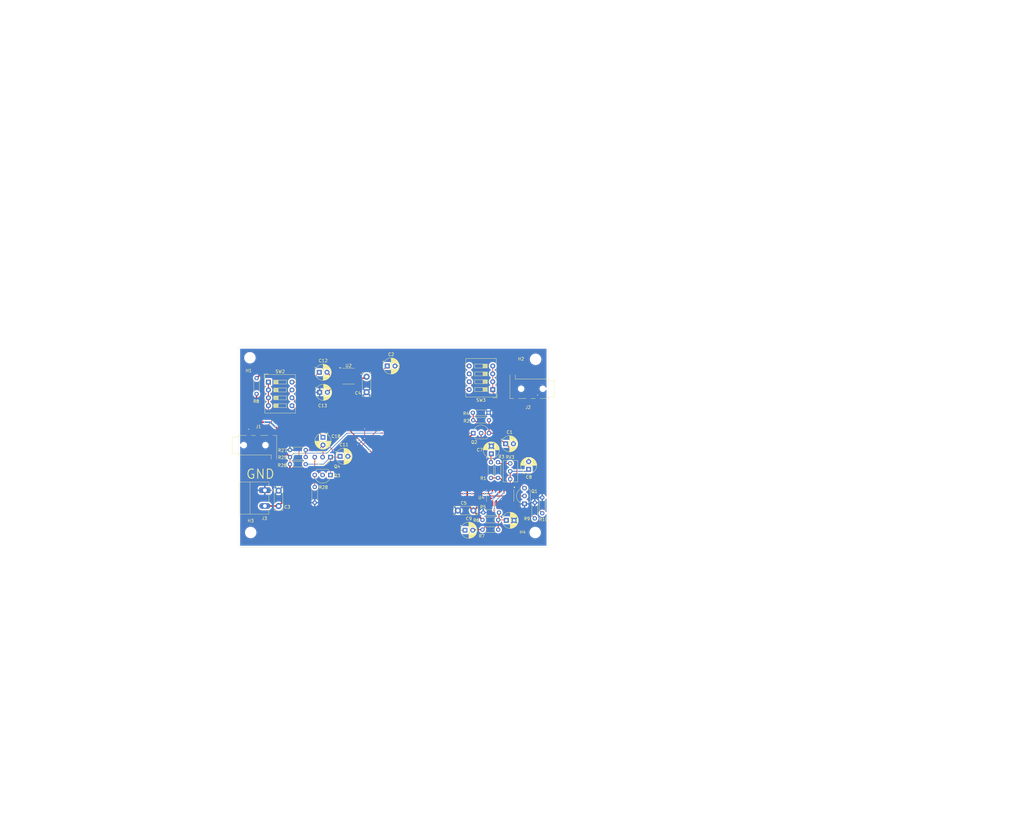
<source format=kicad_pcb>
(kicad_pcb (version 20240108) (generator "pcbnew") (generator_version "8.0")
  (layers (0 "F.Cu" signal) (31 "B.Cu" signal) (34 "B.Paste" user) (35 "F.Paste" user) (36 "B.SilkS" user "B.Silkscreen") (37 "F.SilkS" user "F.Silkscreen") (38 "B.Mask" user) (39 "F.Mask" user) (44 "Edge.Cuts" user))
  (net 0 "")
  (net 1 "+5V")
  (net 2 "Net-(Q3-C)")
  (net 3 "Net-(Q4-B)")
  (net 5 "GND")
  (net 6 "Net-(C7-Pad1)")
  (net 7 "Net-(C8-Pad1)")
  (net 8 "Net-(C10-Pad1)")
  (net 9 "Net-(U2-IN+)")
  (net 10 "Net-(U2-IN-)")
  (net 11 "Net-(R3-Pad2)")
  (net 12 "12V")
  (net 16 "Net-(Q1-B)")
  (net 17 "Net-(Q3-E)")
  (net 18 "Net-(Q3-B)")
  (net 19 "/Rr2")
  (net 20 "Net-(J1-PadR1)")
  (net 21 "/Rr1")
  (net 22 "/Rr4")
  (net 23 "Net-(J2-PadR1)")
  (net 26 "/O3")
  (net 27 "Net-(Q1-E)")
  (net 28 "/O2")
  (net 29 "Net-(U4A-+)")
  (net 30 "/O1")
  (net 31 "Net-(U4A--)")
  (net 32 "Net-(U4B-+)")
  (net 33 "/O4")
  (net 34 "/Rr3")
  (net 35 "Net-(U2-OUT+)")
  (net 36 "Net-(U4C-+)")
  (net 37 "Net-(U4D-+)")
  (net 38 "Net-(U4C--)")
  (net 39 "Net-(U4D--)")
  (footprint "Capacitor_THT:CP_Radial_D5.0mm_P2.50mm" (layer "F.Cu") (at 80.455888 117.475)
    (property "Reference" "C11" (at 1.25 -3.75 0) (layer "F.SilkS"))
    (property "Value" "22u")
    (pad "1" thru_hole rect (at 0 0) (size 1.6 1.6) (drill 0.8) (layers "*.Cu" "*.Mask") (net 2 "Net-(Q3-C)"))
    (pad "2" thru_hole circle (at 2.5 0) (size 1.6 1.6) (drill 0.8) (layers "*.Cu" "*.Mask") (net 30 "/O1"))
  )
  (footprint "Potentiometer_THT:Potentiometer_Bourns_3266Y_Vertical" (layer "F.Cu") (at 135.434 119.776 90)
    (property "Reference" "RV3" (at 2.047 -0.052 180) (layer "F.SilkS"))
    (property "Value" "R_Potentiometer")
    (pad "1" thru_hole circle (at 0 0 90) (size 1.44 1.44) (drill 0.8) (layers "*.Cu" "*.Mask") (net 11 "Net-(R3-Pad2)"))
    (pad "2" thru_hole circle (at -2.54 0 90) (size 1.44 1.44) (drill 0.8) (layers "*.Cu" "*.Mask") (net 7 "Net-(C8-Pad1)"))
    (pad "3" thru_hole circle (at -5.08 0 90) (size 1.44 1.44) (drill 0.8) (layers "*.Cu" "*.Mask") (net 7 "Net-(C8-Pad1)"))
  )
  (footprint "Resistor_THT:R_Axial_DIN0204_L3.6mm_D1.6mm_P5.08mm_Horizontal" (layer "F.Cu") (at 129.211 124.46 90)
    (property "Reference" "R1" (at -0.127 -2.465 180) (layer "F.SilkS"))
    (property "Value" "3k")
    (pad "1" thru_hole circle (at 0 0 90) (size 1.4 1.4) (drill 0.7) (layers "*.Cu" "*.Mask") (net 31 "Net-(U4A--)"))
    (pad "2" thru_hole oval (at 5.08 0 90) (size 1.4 1.4) (drill 0.7) (layers "*.Cu" "*.Mask") (net 6 "Net-(C7-Pad1)"))
  )
  (footprint "Resistor_THT:R_Axial_DIN0204_L3.6mm_D1.6mm_P5.08mm_Horizontal" (layer "F.Cu") (at 64.259563 120.023)
    (property "Reference" "R26" (at -2.537563 0.373 0) (layer "F.SilkS"))
    (property "Value" "10")
    (pad "1" thru_hole circle (at 0 0) (size 1.4 1.4) (drill 0.7) (layers "*.Cu" "*.Mask") (net 12 "12V"))
    (pad "2" thru_hole oval (at 5.08 0) (size 1.4 1.4) (drill 0.7) (layers "*.Cu" "*.Mask") (net 2 "Net-(Q3-C)"))
  )
  (footprint "Capacitor_THT:CP_Radial_D5.0mm_P2.50mm" (layer "F.Cu") (at 141.403 121.681 90)
    (property "Reference" "C8" (at -2.525 0.075 180) (layer "F.SilkS"))
    (property "Value" "22u")
    (pad "1" thru_hole rect (at 0 0 90) (size 1.6 1.6) (drill 0.8) (layers "*.Cu" "*.Mask") (net 7 "Net-(C8-Pad1)"))
    (pad "2" thru_hole circle (at 2.5 0 90) (size 1.6 1.6) (drill 0.8) (layers "*.Cu" "*.Mask") (net 26 "/O3"))
  )
  (footprint "Connector_Phoenix_MC_HighVoltage:PhoenixContact_MC_1,5_2-G-5.08_1x02_P5.08mm_Horizontal" (layer "F.Cu") (at 56.1455 128.452 -90)
    (property "Reference" "J3" (at 9.089 0.1385 180) (layer "F.SilkS"))
    (property "Value" "Screw_Terminal_01x02")
    (pad "1" thru_hole roundrect (at 0 0 270) (size 1.8 3.6) (drill 1.2) (layers "*.Cu" "*.Mask") (roundrect_rratio 0.138889) (net 5 "GND"))
    (pad "2" thru_hole oval (at 5.08 0 270) (size 1.8 3.6) (drill 1.2) (layers "*.Cu" "*.Mask") (net 12 "12V"))
  )
  (footprint "Resistor_THT:R_Axial_DIN0204_L3.6mm_D1.6mm_P5.08mm_Horizontal" (layer "F.Cu") (at 123.496 105.806)
    (property "Reference" "R2" (at -2.211 0.239 0) (layer "F.SilkS"))
    (property "Value" "10k")
    (pad "1" thru_hole circle (at 0 0) (size 1.4 1.4) (drill 0.7) (layers "*.Cu" "*.Mask") (net 32 "Net-(U4B-+)"))
    (pad "2" thru_hole oval (at 5.08 0) (size 1.4 1.4) (drill 0.7) (layers "*.Cu" "*.Mask") (net 27 "Net-(Q1-E)"))
  )
  (footprint "Capacitor_THT:CP_Radial_D5.0mm_P2.50mm" (layer "F.Cu") (at 129.338 116.663112 90)
    (property "Reference" "C7" (at 1.25 -3.75 180) (layer "F.SilkS"))
    (property "Value" "10u")
    (pad "1" thru_hole rect (at 0 0 90) (size 1.6 1.6) (drill 0.8) (layers "*.Cu" "*.Mask") (net 6 "Net-(C7-Pad1)"))
    (pad "2" thru_hole circle (at 2.5 0 90) (size 1.6 1.6) (drill 0.8) (layers "*.Cu" "*.Mask") (net 5 "GND"))
  )
  (footprint "Package_TO_SOT_THT:TO-92_Inline_Wide" (layer "F.Cu") (at 140.06 132.842 90)
    (property "Reference" "Q1" (at 4.064 3.196 180) (layer "F.SilkS"))
    (property "Value" "Q_PNP_CBE")
    (pad "1" thru_hole rect (at 0 0 90) (size 1.5 1.5) (drill 0.8) (layers "*.Cu" "*.Mask") (net 5 "GND"))
    (pad "2" thru_hole circle (at 2.54 0 90) (size 1.5 1.5) (drill 0.8) (layers "*.Cu" "*.Mask") (net 16 "Net-(Q1-B)"))
    (pad "3" thru_hole circle (at 5.08 0 90) (size 1.5 1.5) (drill 0.8) (layers "*.Cu" "*.Mask") (net 27 "Net-(Q1-E)"))
  )
  (footprint "Resistor_THT:R_Axial_DIN0204_L3.6mm_D1.6mm_P5.08mm_Horizontal" (layer "F.Cu") (at 145.796 135.89 90)
    (property "Reference" "R10" (at -2.032 0.381 180) (layer "F.SilkS"))
    (property "Value" "220")
    (pad "1" thru_hole circle (at 0 0 90) (size 1.4 1.4) (drill 0.7) (layers "*.Cu" "*.Mask") (net 37 "Net-(U4D-+)"))
    (pad "2" thru_hole oval (at 5.08 0 90) (size 1.4 1.4) (drill 0.7) (layers "*.Cu" "*.Mask") (net 5 "GND"))
  )
  (footprint "Capacitor_THT:CP_Radial_D5.0mm_P2.50mm" (layer "F.Cu") (at 120.829 141.366)
    (property "Reference" "C9" (at 1.25 -3.75 0) (layer "F.SilkS"))
    (property "Value" "22u")
    (pad "1" thru_hole rect (at 0 0) (size 1.6 1.6) (drill 0.8) (layers "*.Cu" "*.Mask") (net 19 "/Rr2"))
    (pad "2" thru_hole circle (at 2.5 0) (size 1.6 1.6) (drill 0.8) (layers "*.Cu" "*.Mask") (net 29 "Net-(U4A-+)"))
  )
  (footprint "Package_SO:SOIC-14_3.9x8.7mm_P1.27mm" (layer "F.Cu") (at 132.194112 130.19 -90)
    (property "Reference" "U4" (at 0.62 6.083112 180) (layer "F.SilkS"))
    (property "Value" "LM324")
    (pad "1" smd roundrect (at -2.475 -3.81 270) (size 1.95 0.6) (layers "F.Cu" "F.Paste" "F.Mask") (net 7 "Net-(C8-Pad1)"))
    (pad "2" smd roundrect (at -2.475 -2.54 270) (size 1.95 0.6) (layers "F.Cu" "F.Paste" "F.Mask") (net 31 "Net-(U4A--)"))
    (pad "3" smd roundrect (at -2.475 -1.27 270) (size 1.95 0.6) (layers "F.Cu" "F.Paste" "F.Mask") (net 29 "Net-(U4A-+)"))
    (pad "4" smd roundrect (at -2.475 0 270) (size 1.95 0.6) (layers "F.Cu" "F.Paste" "F.Mask") (net 12 "12V"))
    (pad "5" smd roundrect (at -2.475 1.27 270) (size 1.95 0.6) (layers "F.Cu" "F.Paste" "F.Mask") (net 32 "Net-(U4B-+)"))
    (pad "6" smd roundrect (at -2.475 2.54 270) (size 1.95 0.6) (layers "F.Cu" "F.Paste" "F.Mask") (net 34 "/Rr3"))
    (pad "7" smd roundrect (at -2.475 3.81 270) (size 1.95 0.6) (layers "F.Cu" "F.Paste" "F.Mask") (net 16 "Net-(Q1-B)"))
    (pad "8" smd roundrect (at 2.475 3.81 270) (size 1.95 0.6) (layers "F.Cu" "F.Paste" "F.Mask") (net 38 "Net-(U4C--)"))
    (pad "9" smd roundrect (at 2.475 2.54 270) (size 1.95 0.6) (layers "F.Cu" "F.Paste" "F.Mask") (net 38 "Net-(U4C--)"))
    (pad "10" smd roundrect (at 2.475 1.27 270) (size 1.95 0.6) (layers "F.Cu" "F.Paste" "F.Mask") (net 36 "Net-(U4C-+)"))
    (pad "11" smd roundrect (at 2.475 0 270) (size 1.95 0.6) (layers "F.Cu" "F.Paste" "F.Mask") (net 5 "GND"))
    (pad "12" smd roundrect (at 2.475 -1.27 270) (size 1.95 0.6) (layers "F.Cu" "F.Paste" "F.Mask") (net 37 "Net-(U4D-+)"))
    (pad "13" smd roundrect (at 2.475 -2.54 270) (size 1.95 0.6) (layers "F.Cu" "F.Paste" "F.Mask") (net 39 "Net-(U4D--)"))
    (pad "14" smd roundrect (at 2.475 -3.81 270) (size 1.95 0.6) (layers "F.Cu" "F.Paste" "F.Mask") (net 39 "Net-(U4D--)"))
  )
  (footprint "Resistor_THT:R_Axial_DIN0204_L3.6mm_D1.6mm_P5.08mm_Horizontal" (layer "F.Cu") (at 128.449 103.393 180)
    (property "Reference" "R4" (at 7.291 -0.239 0) (layer "F.SilkS"))
    (property "Value" "10k")
    (pad "1" thru_hole circle (at 0 0 180) (size 1.4 1.4) (drill 0.7) (layers "*.Cu" "*.Mask") (net 5 "GND"))
    (pad "2" thru_hole oval (at 5.08 0 180) (size 1.4 1.4) (drill 0.7) (layers "*.Cu" "*.Mask") (net 32 "Net-(U4B-+)"))
  )
  (footprint "MountingHole:MountingHole_3.2mm_M3_DIN965" (layer "F.Cu") (at 143.637 86.106)
    (property "Reference" "H2" (at -4.699 -0.127 0) (layer "F.SilkS"))
    (property "Value" "MountingHole")
    (pad "" np_thru_hole circle (at 0 0) (size 3.2 3.2) (drill 3.2) (layers "*.Cu" "*.Mask"))
  )
  (footprint "Capacitor_THT:CP_Radial_D5.0mm_P2.50mm" (layer "F.Cu") (at 133.974888 113.426)
    (property "Reference" "C1" (at 1.25 -3.75 0) (layer "F.SilkS"))
    (property "Value" "22u")
    (pad "1" thru_hole rect (at 0 0) (size 1.6 1.6) (drill 0.8) (layers "*.Cu" "*.Mask") (net 27 "Net-(Q1-E)"))
    (pad "2" thru_hole circle (at 2.5 0) (size 1.6 1.6) (drill 0.8) (layers "*.Cu" "*.Mask") (net 28 "/O2"))
  )
  (footprint "Package_TO_SOT_THT:TO-92_Inline_Wide" (layer "F.Cu") (at 77.343 117.729 180)
    (property "Reference" "Q4" (at -2.159 -3.048 360) (layer "F.SilkS"))
    (property "Value" "Q_NPN_CBE")
    (pad "1" thru_hole rect (at 0 0 180) (size 1.5 1.5) (drill 0.8) (layers "*.Cu" "*.Mask") (net 2 "Net-(Q3-C)"))
    (pad "2" thru_hole circle (at 2.54 0 180) (size 1.5 1.5) (drill 0.8) (layers "*.Cu" "*.Mask") (net 3 "Net-(Q4-B)"))
    (pad "3" thru_hole circle (at 5.08 0 180) (size 1.5 1.5) (drill 0.8) (layers "*.Cu" "*.Mask") (net 18 "Net-(Q3-B)"))
  )
  (footprint "Button_Switch_THT:SW_DIP_SPSTx04_Slide_9.78x12.34mm_W7.62mm_P2.54mm" (layer "F.Cu") (at 129.794 95.885 180)
    (property "Reference" "SW3" (at 3.81 -3.42 360) (layer "F.SilkS"))
    (property "Value" "SW_DIP_x04")
    (pad "1" thru_hole rect (at 0 0 180) (size 1.6 1.6) (drill 0.8) (layers "*.Cu" "*.Mask") (net 23 "Net-(J2-PadR1)"))
    (pad "2" thru_hole oval (at 0 2.54 180) (size 1.6 1.6) (drill 0.8) (layers "*.Cu" "*.Mask") (net 23 "Net-(J2-PadR1)"))
    (pad "3" thru_hole oval (at 0 5.08 180) (size 1.6 1.6) (drill 0.8) (layers "*.Cu" "*.Mask") (net 23 "Net-(J2-PadR1)"))
    (pad "4" thru_hole oval (at 0 7.62 180) (size 1.6 1.6) (drill 0.8) (layers "*.Cu" "*.Mask") (net 23 "Net-(J2-PadR1)"))
    (pad "5" thru_hole oval (at 7.62 7.62 180) (size 1.6 1.6) (drill 0.8) (layers "*.Cu" "*.Mask") (net 33 "/O4"))
    (pad "6" thru_hole oval (at 7.62 5.08 180) (size 1.6 1.6) (drill 0.8) (layers "*.Cu" "*.Mask") (net 26 "/O3"))
    (pad "7" thru_hole oval (at 7.62 2.54 180) (size 1.6 1.6) (drill 0.8) (layers "*.Cu" "*.Mask") (net 28 "/O2"))
    (pad "8" thru_hole oval (at 7.62 0 180) (size 1.6 1.6) (drill 0.8) (layers "*.Cu" "*.Mask") (net 30 "/O1"))
  )
  (footprint "Resistor_THT:R_Axial_DIN0204_L3.6mm_D1.6mm_P5.08mm_Horizontal" (layer "F.Cu") (at 143.383 137.541 90)
    (property "Reference" "R9" (at -0.127 -2.54 180) (layer "F.SilkS"))
    (property "Value" "220")
    (pad "1" thru_hole circle (at 0 0 90) (size 1.4 1.4) (drill 0.7) (layers "*.Cu" "*.Mask") (net 36 "Net-(U4C-+)"))
    (pad "2" thru_hole oval (at 5.08 0 90) (size 1.4 1.4) (drill 0.7) (layers "*.Cu" "*.Mask") (net 5 "GND"))
  )
  (footprint "Resistor_THT:R_Axial_DIN0204_L3.6mm_D1.6mm_P5.08mm_Horizontal" (layer "F.Cu") (at 126.479112 138.039)
    (property "Reference" "R6" (at -2.019112 0.137 0) (layer "F.SilkS"))
    (property "Value" "10k")
    (pad "1" thru_hole circle (at 0 0) (size 1.4 1.4) (drill 0.7) (layers "*.Cu" "*.Mask") (net 12 "12V"))
    (pad "2" thru_hole oval (at 5.08 0) (size 1.4 1.4) (drill 0.7) (layers "*.Cu" "*.Mask") (net 8 "Net-(C10-Pad1)"))
  )
  (footprint "Resistor_THT:R_Axial_DIN0204_L3.6mm_D1.6mm_P5.08mm_Horizontal" (layer "F.Cu") (at 69.342 115.443 180)
    (property "Reference" "R27" (at 7.493 -0.127 0) (layer "F.SilkS"))
    (property "Value" "220")
    (pad "1" thru_hole circle (at 0 0 180) (size 1.4 1.4) (drill 0.7) (layers "*.Cu" "*.Mask") (net 3 "Net-(Q4-B)"))
    (pad "2" thru_hole oval (at 5.08 0 180) (size 1.4 1.4) (drill 0.7) (layers "*.Cu" "*.Mask") (net 5 "GND"))
  )
  (footprint "Package_TO_SOT_THT:TO-92_Inline_Wide" (layer "F.Cu") (at 123.496 109.976)
    (property "Reference" "Q2" (at 0.329 2.927 0) (layer "F.SilkS"))
    (property "Value" "Q_NPN_CBE")
    (pad "1" thru_hole rect (at 0 0) (size 1.5 1.5) (drill 0.8) (layers "*.Cu" "*.Mask") (net 12 "12V"))
    (pad "2" thru_hole circle (at 2.54 0) (size 1.5 1.5) (drill 0.8) (layers "*.Cu" "*.Mask") (net 16 "Net-(Q1-B)"))
    (pad "3" thru_hole circle (at 5.08 0) (size 1.5 1.5) (drill 0.8) (layers "*.Cu" "*.Mask") (net 27 "Net-(Q1-E)"))
  )
  (footprint "Package_TO_SOT_THT:TO-92_Inline_Wide" (layer "F.Cu") (at 77.343 123.519 180)
    (property "Reference" "Q3" (at -2.159 -0.179 360) (layer "F.SilkS"))
    (property "Value" "Q_NPN_CBE")
    (pad "1" thru_hole rect (at 0 0 180) (size 1.5 1.5) (drill 0.8) (layers "*.Cu" "*.Mask") (net 2 "Net-(Q3-C)"))
    (pad "2" thru_hole circle (at 2.54 0 180) (size 1.5 1.5) (drill 0.8) (layers "*.Cu" "*.Mask") (net 18 "Net-(Q3-B)"))
    (pad "3" thru_hole circle (at 5.08 0 180) (size 1.5 1.5) (drill 0.8) (layers "*.Cu" "*.Mask") (net 17 "Net-(Q3-E)"))
  )
  (footprint "MountingHole:MountingHole_3.2mm_M3_DIN965" (layer "F.Cu") (at 143.51 142.113)
    (property "Reference" "H4" (at -4.064 -0.127 0) (layer "F.SilkS"))
    (property "Value" "MountingHole")
    (pad "" np_thru_hole circle (at 0 0) (size 3.2 3.2) (drill 3.2) (layers "*.Cu" "*.Mask"))
  )
  (footprint "Resistor_THT:R_Axial_DIN0204_L3.6mm_D1.6mm_P5.08mm_Horizontal" (layer "F.Cu") (at 69.342 117.729 180)
    (property "Reference" "R25" (at 7.493 -0.127 180) (layer "F.SilkS"))
    (property "Value" "680")
    (pad "1" thru_hole circle (at 0 0 180) (size 1.4 1.4) (drill 0.7) (layers "*.Cu" "*.Mask") (net 3 "Net-(Q4-B)"))
    (pad "2" thru_hole oval (at 5.08 0 180) (size 1.4 1.4) (drill 0.7) (layers "*.Cu" "*.Mask") (net 12 "12V"))
  )
  (footprint "Capacitor_THT:C_Disc_D7.5mm_W2.5mm_P5.00mm" (layer "F.Cu") (at 60.579 133.564 90)
    (property "Reference" "C3" (at -0.294 2.794 180) (layer "F.SilkS"))
    (property "Value" "1u")
    (pad "1" thru_hole circle (at 0 0 90) (size 2 2) (drill 1) (layers "*.Cu" "*.Mask") (net 12 "12V"))
    (pad "2" thru_hole circle (at 5 0 90) (size 2 2) (drill 1) (layers "*.Cu" "*.Mask") (net 5 "GND"))
  )
  (footprint "Package_SO:SOIC-8_3.9x4.9mm_P1.27mm" (layer "F.Cu") (at 83.185001 91.567)
    (property "Reference" "U2" (at 0 -3.4 360) (layer "F.SilkS"))
    (property "Value" "PAM8302AAD")
    (pad "1" smd roundrect (at -2.475 -1.905) (size 1.95 0.6) (layers "F.Cu" "F.Paste" "F.Mask") (net 1 "+5V"))
    (pad "2" smd roundrect (at -2.475 -0.635) (size 1.95 0.6) (layers "F.Cu" "F.Paste" "F.Mask"))
    (pad "3" smd roundrect (at -2.475 0.635) (size 1.95 0.6) (layers "F.Cu" "F.Paste" "F.Mask") (net 9 "Net-(U2-IN+)"))
    (pad "4" smd roundrect (at -2.475 1.905) (size 1.95 0.6) (layers "F.Cu" "F.Paste" "F.Mask") (net 10 "Net-(U2-IN-)"))
    (pad "5" smd roundrect (at 2.475 1.905) (size 1.95 0.6) (layers "F.Cu" "F.Paste" "F.Mask") (net 35 "Net-(U2-OUT+)"))
    (pad "6" smd roundrect (at 2.475 0.635) (size 1.95 0.6) (layers "F.Cu" "F.Paste" "F.Mask") (net 1 "+5V"))
    (pad "7" smd roundrect (at 2.475 -0.635) (size 1.95 0.6) (layers "F.Cu" "F.Paste" "F.Mask") (net 5 "GND"))
    (pad "8" smd roundrect (at 2.475 -1.905) (size 1.95 0.6) (layers "F.Cu" "F.Paste" "F.Mask"))
  )
  (footprint "Capacitor_THT:C_Disc_D7.5mm_W2.5mm_P5.00mm" (layer "F.Cu") (at 89.027 96.734 90)
    (property "Reference" "C4" (at -0.294 -2.794 180) (layer "F.SilkS"))
    (property "Value" "1u")
    (pad "1" thru_hole circle (at 0 0 90) (size 2 2) (drill 1) (layers "*.Cu" "*.Mask") (net 5 "GND"))
    (pad "2" thru_hole circle (at 5 0 90) (size 2 2) (drill 1) (layers "*.Cu" "*.Mask") (net 1 "+5V"))
  )
  (footprint "Button_Switch_THT:SW_DIP_SPSTx04_Slide_9.78x12.34mm_W7.62mm_P2.54mm" (layer "F.Cu") (at 57.277 93.472)
    (property "Reference" "SW2" (at 3.81 -3.42 0) (layer "F.SilkS"))
    (property "Value" "SW_DIP_x04")
    (pad "1" thru_hole rect (at 0 0) (size 1.6 1.6) (drill 0.8) (layers "*.Cu" "*.Mask") (net 20 "Net-(J1-PadR1)"))
    (pad "2" thru_hole oval (at 0 2.54) (size 1.6 1.6) (drill 0.8) (layers "*.Cu" "*.Mask") (net 20 "Net-(J1-PadR1)"))
    (pad "3" thru_hole oval (at 0 5.08) (size 1.6 1.6) (drill 0.8) (layers "*.Cu" "*.Mask") (net 20 "Net-(J1-PadR1)"))
    (pad "4" thru_hole oval (at 0 7.62) (size 1.6 1.6) (drill 0.8) (layers "*.Cu" "*.Mask") (net 20 "Net-(J1-PadR1)"))
    (pad "5" thru_hole oval (at 7.62 7.62) (size 1.6 1.6) (drill 0.8) (layers "*.Cu" "*.Mask") (net 22 "/Rr4"))
    (pad "6" thru_hole oval (at 7.62 5.08) (size 1.6 1.6) (drill 0.8) (layers "*.Cu" "*.Mask") (net 34 "/Rr3"))
    (pad "7" thru_hole oval (at 7.62 2.54) (size 1.6 1.6) (drill 0.8) (layers "*.Cu" "*.Mask") (net 19 "/Rr2"))
    (pad "8" thru_hole oval (at 7.62 0) (size 1.6 1.6) (drill 0.8) (layers "*.Cu" "*.Mask") (net 21 "/Rr1"))
  )
  (footprint "Resistor_THT:R_Axial_DIN0204_L3.6mm_D1.6mm_P5.08mm_Horizontal" (layer "F.Cu") (at 131.497 124.46 90)
    (property "Reference" "R3" (at 6.858 1.091 180) (layer "F.SilkS"))
    (property "Value" "25k")
    (pad "1" thru_hole circle (at 0 0 90) (size 1.4 1.4) (drill 0.7) (layers "*.Cu" "*.Mask") (net 31 "Net-(U4A--)"))
    (pad "2" thru_hole oval (at 5.08 0 90) (size 1.4 1.4) (drill 0.7) (layers "*.Cu" "*.Mask") (net 11 "Net-(R3-Pad2)"))
  )
  (footprint "Resistor_THT:R_Axial_DIN0204_L3.6mm_D1.6mm_P5.08mm_Horizontal" (layer "F.Cu") (at 72.263 127.381 -90)
    (property "Reference" "R28" (at 0.127 -2.794 180) (layer "F.SilkS"))
    (property "Value" "2")
    (pad "1" thru_hole circle (at 0 0 270) (size 1.4 1.4) (drill 0.7) (layers "*.Cu" "*.Mask") (net 17 "Net-(Q3-E)"))
    (pad "2" thru_hole oval (at 5.08 0 270) (size 1.4 1.4) (drill 0.7) (layers "*.Cu" "*.Mask") (net 5 "GND"))
  )
  (footprint "Connector_Audio:Jack_3.5mm_KoreanHropartsElec_PJ-320D-4A_Horizontal" (layer "F.Cu") (at 54.077 113.867)
    (property "Reference" "J1" (at 0 -6 0) (layer "F.SilkS"))
    (property "Value" "AudioJack4")
    (pad "" np_thru_hole circle (at -4.75 0) (size 1.6 1.6) (drill 1.6) (layers "F&B.Cu" "*.Mask"))
    (pad "" np_thru_hole circle (at 2.25 0) (size 1.6 1.6) (drill 1.6) (layers "F&B.Cu" "*.Mask"))
    (pad "R1" smd rect (at -0.15 -3.25) (size 1.2 2.5) (layers "F.Cu" "F.Paste" "F.Mask") (net 20 "Net-(J1-PadR1)"))
    (pad "R2" smd rect (at -3.15 -3.25) (size 1.2 2.5) (layers "F.Cu" "F.Paste" "F.Mask") (net 5 "GND"))
    (pad "S" smd rect (at 4.95 3.25) (size 1.2 2.5) (layers "F.Cu" "F.Paste" "F.Mask"))
    (pad "T" smd rect (at 3.85 -3.25) (size 1.2 2.5) (layers "F.Cu" "F.Paste" "F.Mask"))
  )
  (footprint "Capacitor_THT:C_Disc_D7.5mm_W2.5mm_P5.00mm" (layer "F.Cu") (at 118.531 135.001)
    (property "Reference" "C5" (at 1.865 -2.413 0) (layer "F.SilkS"))
    (property "Value" "1u")
    (pad "1" thru_hole circle (at 0 0) (size 2 2) (drill 1) (layers "*.Cu" "*.Mask") (net 5 "GND"))
    (pad "2" thru_hole circle (at 5 0) (size 2 2) (drill 1) (layers "*.Cu" "*.Mask") (net 12 "12V"))
  )
  (footprint "Resistor_THT:R_Axial_DIN0204_L3.6mm_D1.6mm_P5.08mm_Horizontal" (layer "F.Cu") (at 131.813112 135.651 180)
    (property "Reference" "R5" (at 5.194112 1.793 0) (layer "F.SilkS"))
    (property "Value" "10u")
    (pad "1" thru_hole circle (at 0 0 180) (size 1.4 1.4) (drill 0.7) (layers "*.Cu" "*.Mask") (net 8 "Net-(C10-Pad1)"))
    (pad "2" thru_hole oval (at 5.08 0 180) (size 1.4 1.4) (drill 0.7) (layers "*.Cu" "*.Mask") (net 5 "GND"))
  )
  (footprint "Capacitor_THT:CP_Radial_D5.0mm_P2.50mm" (layer "F.Cu") (at 73.851888 96.774)
    (property "Reference" "C13" (at 0.951112 4.318 360) (layer "F.SilkS"))
    (property "Value" "22u")
    (pad "1" thru_hole rect (at 0 0) (size 1.6 1.6) (drill 0.8) (layers "*.Cu" "*.Mask") (net 5 "GND"))
    (pad "2" thru_hole circle (at 2.5 0) (size 1.6 1.6) (drill 0.8) (layers "*.Cu" "*.Mask") (net 10 "Net-(U2-IN-)"))
  )
  (footprint "Capacitor_THT:CP_Radial_D5.0mm_P2.50mm" (layer "F.Cu") (at 134.176888 138.176)
    (property "Reference" "C10" (hide yes))
    (property "Value" "22u")
    (pad "1" thru_hole rect (at 0 0) (size 1.6 1.6) (drill 0.8) (layers "*.Cu" "*.Mask") (net 8 "Net-(C10-Pad1)"))
    (pad "2" thru_hole circle (at 2.5 0) (size 1.6 1.6) (drill 0.8) (layers "*.Cu" "*.Mask") (net 5 "GND"))
  )
  (footprint "Connector_Audio:Jack_3.5mm_KoreanHropartsElec_PJ-320D-4A_Horizontal" (layer "F.Cu") (at 141.224 95.631 180)
    (property "Reference" "J2" (at 0 -6 0) (layer "F.SilkS"))
    (property "Value" "AudioJack4")
    (pad "" np_thru_hole circle (at -4.75 0 180) (size 1.6 1.6) (drill 1.6) (layers "F&B.Cu" "*.Mask"))
    (pad "" np_thru_hole circle (at 2.25 0 180) (size 1.6 1.6) (drill 1.6) (layers "F&B.Cu" "*.Mask"))
    (pad "R1" smd rect (at -0.15 -3.25 180) (size 1.2 2.5) (layers "F.Cu" "F.Paste" "F.Mask") (net 23 "Net-(J2-PadR1)"))
    (pad "R2" smd rect (at -3.15 -3.25 180) (size 1.2 2.5) (layers "F.Cu" "F.Paste" "F.Mask") (net 5 "GND"))
    (pad "S" smd rect (at 4.95 3.25 180) (size 1.2 2.5) (layers "F.Cu" "F.Paste" "F.Mask"))
    (pad "T" smd rect (at 3.85 -3.25 180) (size 1.2 2.5) (layers "F.Cu" "F.Paste" "F.Mask"))
  )
  (footprint "Capacitor_THT:CP_Radial_D5.0mm_P2.50mm" (layer "F.Cu") (at 95.695888 88.265)
    (property "Reference" "C2" (at 1.25 -3.75 0) (layer "F.SilkS"))
    (property "Value" "22u")
    (pad "1" thru_hole rect (at 0 0) (size 1.6 1.6) (drill 0.8) (layers "*.Cu" "*.Mask") (net 35 "Net-(U2-OUT+)"))
    (pad "2" thru_hole circle (at 2.5 0) (size 1.6 1.6) (drill 0.8) (layers "*.Cu" "*.Mask") (net 33 "/O4"))
  )
  (footprint "MountingHole:MountingHole_3.2mm_M3_DIN965" (layer "F.Cu") (at 51.308 85.598)
    (property "Reference" "H1" (at -0.381 4.191 0) (layer "F.SilkS"))
    (property "Value" "MountingHole")
    (pad "" np_thru_hole circle (at 0 0) (size 3.2 3.2) (drill 3.2) (layers "*.Cu" "*.Mask"))
  )
  (footprint "Capacitor_THT:CP_Radial_D5.0mm_P2.50mm" (layer "F.Cu") (at 74.93 111.316887 -90)
    (property "Reference" "C18" (at -0.318887 -4.191 180) (layer "F.SilkS"))
    (property "Value" "22u")
    (pad "1" thru_hole rect (at 0 0 270) (size 1.6 1.6) (drill 0.8) (layers "*.Cu" "*.Mask") (net 22 "/Rr4"))
    (pad "2" thru_hole circle (at 2.5 0 270) (size 1.6 1.6) (drill 0.8) (layers "*.Cu" "*.Mask") (net 3 "Net-(Q4-B)"))
  )
  (footprint "MountingHole:MountingHole_3.2mm_M3_DIN965" (layer "F.Cu") (at 51.562 142.113)
    (property "Reference" "H3" (at 0 -3.8 0) (layer "F.SilkS"))
    (property "Value" "MountingHole")
    (pad "" np_thru_hole circle (at 0 0) (size 3.2 3.2) (drill 3.2) (layers "*.Cu" "*.Mask"))
  )
  (footprint "Resistor_THT:R_Axial_DIN0204_L3.6mm_D1.6mm_P5.08mm_Horizontal" (layer "F.Cu") (at 53.467 97.282 90)
    (property "Reference" "R8" (at -2.413 -0.127 180) (layer "F.SilkS"))
    (property "Value" "10k")
    (pad "1" thru_hole circle (at 0 0 90) (size 1.4 1.4) (drill 0.7) (layers "*.Cu" "*.Mask") (net 12 "12V"))
    (pad "2" thru_hole oval (at 5.08 0 90) (size 1.4 1.4) (drill 0.7) (layers "*.Cu" "*.Mask") (net 1 "+5V"))
  )
  (footprint "Resistor_THT:R_Axial_DIN0204_L3.6mm_D1.6mm_P5.08mm_Horizontal" (layer "F.Cu") (at 126.479112 141.189)
    (property "Reference" "R7" (at -0.241112 2.067 0) (layer "F.SilkS"))
    (property "Value" "25k")
    (pad "1" thru_hole circle (at 0 0) (size 1.4 1.4) (drill 0.7) (layers "*.Cu" "*.Mask") (net 29 "Net-(U4A-+)"))
    (pad "2" thru_hole oval (at 5.08 0) (size 1.4 1.4) (drill 0.7) (layers "*.Cu" "*.Mask") (net 8 "Net-(C10-Pad1)"))
  )
  (footprint "Capacitor_THT:CP_Radial_D5.0mm_P2.50mm" (layer "F.Cu") (at 73.724888 90.297)
    (property "Reference" "C12" (at 1.25 -3.75 360) (layer "F.SilkS"))
    (property "Value" "22u")
    (pad "1" thru_hole rect (at 0 0) (size 1.6 1.6) (drill 0.8) (layers "*.Cu" "*.Mask") (net 21 "/Rr1"))
    (pad "2" thru_hole circle (at 2.5 0) (size 1.6 1.6) (drill 0.8) (layers "*.Cu" "*.Mask") (net 9 "Net-(U2-IN+)"))
  )
  (gr_rect (start 47.663 82.169) (end 147.663 146.863) (stroke (width 0.05)) (fill none) (layer "Edge.Cuts"))
  (gr_text "GND" (at 49.911 124.968 0) (layer "F.SilkS") (effects (font (size 3 3) (thickness 0.3)) (justify left bottom)))
  (segment (start 85.660001 92.202) (end 84.201 92.202) (width 0.5) (layer "F.Cu") (net 1))
  (segment (start 81.661 89.662) (end 80.710001 89.662) (width 0.5) (layer "F.Cu") (net 1))
  (segment (start 85.660001 92.202) (end 88.559 92.202) (width 0.5) (layer "F.Cu") (net 1))
  (segment (start 58.42 87.249) (end 78.297001 87.249) (width 0.5) (layer "F.Cu") (net 1))
  (segment (start 88.559 92.202) (end 89.027 91.734) (width 0.5) (layer "F.Cu") (net 1))
  (segment (start 84.201 92.202) (end 81.661 89.662) (width 0.5) (layer "F.Cu") (net 1))
  (segment (start 53.467 92.202) (end 58.42 87.249) (width 0.5) (layer "F.Cu") (net 1))
  (segment (start 78.297001 87.249) (end 80.710001 89.662) (width 0.5) (layer "F.Cu") (net 1))
  (segment (start 77.343 117.729) (end 77.343 123.519) (width 0.2) (layer "F.Cu") (net 2))
  (segment (start 77.343 117.729) (end 80.201888 117.729) (width 0.2) (layer "F.Cu") (net 2))
  (segment (start 80.201888 117.729) (end 80.455888 117.475) (width 0.2) (layer "F.Cu") (net 2))
  (segment (start 69.339563 120.023) (end 69.347563 120.015) (width 0.2) (layer "B.Cu") (net 2))
  (segment (start 69.347563 120.015) (end 75.057 120.015) (width 0.2) (layer "B.Cu") (net 2))
  (segment (start 75.057 120.015) (end 77.343 117.729) (width 0.2) (layer "B.Cu") (net 2))
  (segment (start 74.93 117.602) (end 74.803 117.729) (width 0.2) (layer "F.Cu") (net 3))
  (segment (start 69.342 117.729) (end 69.342 115.443) (width 0.2) (layer "F.Cu") (net 3))
  (segment (start 73.303887 115.443) (end 74.93 113.816887) (width 0.2) (layer "F.Cu") (net 3))
  (segment (start 69.342 115.443) (end 73.303887 115.443) (width 0.2) (layer "F.Cu") (net 3))
  (segment (start 74.93 113.816887) (end 74.93 117.602) (width 0.2) (layer "F.Cu") (net 3))
  (segment (start 85.660001 90.932) (end 87.249 90.932) (width 0.5) (layer "F.Cu") (net 5))
  (segment (start 50.927 110.617) (end 50.927 108.712) (width 0.2) (layer "F.Cu") (net 5))
  (segment (start 86.36 113.665) (end 86.106 113.665) (width 0.2) (layer "F.Cu") (net 5))
  (segment (start 88.392 108.585) (end 88.392 111.633) (width 0.2) (layer "F.Cu") (net 5))
  (segment (start 132.588 131.445) (end 132.194112 131.838888) (width 0.2) (layer "F.Cu") (net 5))
  (segment (start 144.272 97.663) (end 144.272 98.779) (width 0.2) (layer "F.Cu") (net 5))
  (segment (start 78.359 115.697) (end 77.089 114.427) (width 0.2) (layer "F.Cu") (net 5))
  (segment (start 88.392 111.633) (end 86.36 113.665) (width 0.2) (layer "F.Cu") (net 5))
  (segment (start 132.194112 131.838888) (end 132.194112 132.665) (width 0.2) (layer "F.Cu") (net 5))
  (segment (start 144.272 98.779) (end 144.374 98.881) (width 0.2) (layer "F.Cu") (net 5))
  (via (at 77.089 114.427) (size 0.6) (drill 0.3) (layers "F.Cu" "B.Cu") (net 5))
  (via (at 144.272 97.663) (size 0.6) (drill 0.3) (layers "F.Cu" "B.Cu") (net 5))
  (via (at 132.588 131.445) (size 0.6) (drill 0.3) (layers "F.Cu" "B.Cu") (net 5))
  (via (at 88.392 108.585) (size 0.6) (drill 0.3) (layers "F.Cu" "B.Cu") (net 5))
  (via (at 86.106 113.665) (size 0.6) (drill 0.3) (layers "F.Cu" "B.Cu") (net 5))
  (via (at 78.359 115.697) (size 0.6) (drill 0.3) (layers "F.Cu" "B.Cu") (net 5))
  (via (at 88.392 111.633) (size 0.6) (drill 0.3) (layers "F.Cu" "B.Cu") (net 5))
  (via (at 87.249 90.932) (size 0.6) (drill 0.3) (layers "F.Cu" "B.Cu") (net 5))
  (via (at 50.927 108.712) (size 0.6) (drill 0.3) (layers "F.Cu" "B.Cu") (net 5))
  (segment (start 129.211 116.790112) (end 129.338 116.663112) (width 0.3) (layer "F.Cu") (net 6))
  (segment (start 129.211 119.776) (end 129.211 116.790112) (width 0.3) (layer "F.Cu") (net 6))
  (segment (start 135.434 127.144888) (end 136.004112 127.715) (width 0.3) (layer "F.Cu") (net 7))
  (segment (start 140.768 122.316) (end 141.403 121.681) (width 0.3) (layer "F.Cu") (net 7))
  (segment (start 135.434 124.856) (end 135.434 122.316) (width 0.3) (layer "F.Cu") (net 7))
  (segment (start 135.434 124.856) (end 135.434 127.144888) (width 0.3) (layer "F.Cu") (net 7))
  (segment (start 135.434 122.316) (end 140.768 122.316) (width 0.3) (layer "B.Cu") (net 7))
  (segment (start 134.039888 138.039) (end 134.176888 138.176) (width 0.2) (layer "F.Cu") (net 8))
  (segment (start 131.559112 141.189) (end 131.559112 138.039) (width 0.3) (layer "F.Cu") (net 8))
  (segment (start 131.559112 138.039) (end 134.039888 138.039) (width 0.2) (layer "F.Cu") (net 8))
  (segment (start 131.813112 137.785) (end 131.559112 138.039) (width 0.3) (layer "F.Cu") (net 8))
  (segment (start 131.813112 135.651) (end 131.813112 137.785) (width 0.3) (layer "F.Cu") (net 8))
  (segment (start 131.559112 135.905) (end 131.813112 135.651) (width 0.3) (layer "B.Cu") (net 8))
  (segment (start 76.224888 90.297) (end 78.129888 92.202) (width 0.3) (layer "F.Cu") (net 9))
  (segment (start 78.129888 92.202) (end 80.710001 92.202) (width 0.3) (layer "F.Cu") (net 9))
  (segment (start 79.653888 93.472) (end 80.710001 93.472) (width 0.3) (layer "F.Cu") (net 10))
  (segment (start 76.351888 96.774) (end 79.653888 93.472) (width 0.3) (layer "F.Cu") (net 10))
  (segment (start 131.497 119.776) (end 135.434 119.776) (width 0.3) (layer "F.Cu") (net 11))
  (segment (start 53.467 105.537) (end 53.467 97.282) (width 0.5) (layer "F.Cu") (net 12))
  (segment (start 61.976 115.443) (end 64.262 117.729) (width 0.5) (layer "F.Cu") (net 12))
  (segment (start 123.496 110.057) (end 123.496 109.976) (width 0.5) (layer "F.Cu") (net 12))
  (segment (start 64.259563 117.731437) (end 64.262 117.729) (width 0.2) (layer "F.Cu") (net 12))
  (segment (start 59.4995 107.8865) (end 61.976 110.363) (width 0.5) (layer "F.Cu") (net 12))
  (segment (start 54.356 106.426) (end 53.467 105.537) (width 0.5) (layer "F.Cu") (net 12))
  (segment (start 64.259563 120.023) (end 64.259563 117.731437) (width 0.2) (layer "F.Cu") (net 12))
  (segment (start 126.479112 138.039) (end 123.569556 135.129444) (width 0.5) (layer "F.Cu") (net 12))
  (segment (start 132.194112 128.790888) (end 132.194112 127.715) (width 0.5) (layer "F.Cu") (net 12))
  (segment (start 121.972 133.531888) (end 121.539 133.098888) (width 0.5) (layer "F.Cu") (net 12))
  (segment (start 121.539 112.014) (end 123.496 110.057) (width 0.5) (layer "F.Cu") (net 12))
  (segment (start 60.579 133.564) (end 64.259563 129.883437) (width 0.5) (layer "F.Cu") (net 12))
  (segment (start 121.539 133.098888) (end 121.539 112.014) (width 0.5) (layer "F.Cu") (net 12))
  (segment (start 121.972 133.531888) (end 121.663112 133.223) (width 0.5) (layer "F.Cu") (net 12))
  (segment (start 93.853 109.982) (end 93.859 109.976) (width 0.2) (layer "F.Cu") (net 12))
  (segment (start 60.547 133.532) (end 60.579 133.564) (width 0.2) (layer "F.Cu") (net 12))
  (segment (start 129.921 131.094) (end 127.605 131.094) (width 0.5) (layer "F.Cu") (net 12))
  (segment (start 127.605 131.094) (end 123.569556 135.129444) (width 0.5) (layer "F.Cu") (net 12))
  (segment (start 61.976 110.363) (end 61.976 115.443) (width 0.5) (layer "F.Cu") (net 12))
  (segment (start 123.569556 135.129444) (end 121.972 133.531888) (width 0.5) (layer "F.Cu") (net 12))
  (segment (start 56.007 106.426) (end 54.356 106.426) (width 0.5) (layer "F.Cu") (net 12))
  (segment (start 56.1455 133.532) (end 60.547 133.532) (width 0.5) (layer "F.Cu") (net 12))
  (segment (start 64.259563 129.883437) (end 64.259563 120.023) (width 0.5) (layer "F.Cu") (net 12))
  (segment (start 131.572 129.413) (end 132.194112 128.790888) (width 0.5) (layer "F.Cu") (net 12))
  (segment (start 93.859 109.976) (end 123.496 109.976) (width 0.2) (layer "F.Cu") (net 12))
  (via (at 56.007 106.426) (size 0.6) (drill 0.3) (layers "F.Cu" "B.Cu") (net 12))
  (via (at 129.921 131.094) (size 0.6) (drill 0.3) (layers "F.Cu" "B.Cu") (net 12))
  (via (at 93.853 109.982) (size 0.6) (drill 0.3) (layers "F.Cu" "B.Cu") (net 12))
  (via (at 131.572 129.413) (size 0.6) (drill 0.3) (layers "F.Cu" "B.Cu") (net 12))
  (via (at 59.4995 107.8865) (size 0.6) (drill 0.3) (layers "F.Cu" "B.Cu") (net 12))
  (segment (start 56.007 106.426) (end 57.912 106.426) (width 0.5) (layer "B.Cu") (net 12))
  (segment (start 57.912 106.426) (end 59.3725 107.8865) (width 0.5) (layer "B.Cu") (net 12))
  (segment (start 129.921 131.064) (end 129.921 131.094) (width 0.5) (layer "B.Cu") (net 12))
  (segment (start 123.49 109.982) (end 123.496 109.976) (width 0.2) (layer "B.Cu") (net 12))
  (segment (start 82.677 109.982) (end 93.853 109.982) (width 0.2) (layer "B.Cu") (net 12))
  (segment (start 59.3725 107.8865) (end 59.4995 107.8865) (width 0.2) (layer "B.Cu") (net 12))
  (segment (start 76.216 116.443) (end 82.677 109.982) (width 0.2) (layer "B.Cu") (net 12))
  (segment (start 65.548 116.443) (end 76.216 116.443) (width 0.2) (layer "B.Cu") (net 12))
  (segment (start 64.262 117.729) (end 65.548 116.443) (width 0.2) (layer "B.Cu") (net 12))
  (segment (start 131.572 129.413) (end 129.921 131.064) (width 0.5) (layer "B.Cu") (net 12))
  (segment (start 140.06 130.302) (end 131.602239 130.302) (width 0.3) (layer "F.Cu") (net 16))
  (segment (start 128.384112 129.527112) (end 128.384112 127.715) (width 0.3) (layer "F.Cu") (net 16))
  (segment (start 129.174 130.317) (end 128.384112 129.527112) (width 0.3) (layer "F.Cu") (net 16))
  (segment (start 131.587239 130.317) (end 129.174 130.317) (width 0.3) (layer "F.Cu") (net 16))
  (segment (start 131.602239 130.302) (end 131.587239 130.317) (width 0.3) (layer "F.Cu") (net 16))
  (segment (start 128.384112 127.715) (end 127.334 127.715) (width 0.3) (layer "F.Cu") (net 16))
  (segment (start 126.036 126.417) (end 126.036 109.976) (width 0.3) (layer "F.Cu") (net 16))
  (segment (start 127.334 127.715) (end 126.036 126.417) (width 0.3) (layer "F.Cu") (net 16))
  (segment (start 72.263 123.519) (end 72.263 127.381) (width 0.2) (layer "F.Cu") (net 17))
  (segment (start 72.263 117.729) (end 72.263 120.979) (width 0.2) (layer "F.Cu") (net 18))
  (segment (start 72.263 120.979) (end 74.803 123.519) (width 0.2) (layer "F.Cu") (net 18))
  (segment (start 120.829 141.366) (end 83.962 141.366) (width 0.2) (layer "F.Cu") (net 19))
  (segment (start 67.183 108.077) (end 62.865 103.759) (width 0.2) (layer "F.Cu") (net 19))
  (segment (start 62.865 103.759) (end 62.865 98.044) (width 0.2) (layer "F.Cu") (net 19))
  (segment (start 67.183 124.587) (end 67.183 108.077) (width 0.2) (layer "F.Cu") (net 19))
  (segment (start 83.962 141.366) (end 67.183 124.587) (width 0.2) (layer "F.Cu") (net 19))
  (segment (start 62.865 98.044) (end 64.897 96.012) (width 0.2) (layer "F.Cu") (net 19))
  (segment (start 57.277 93.472) (end 57.277 101.092) (width 0.3) (layer "F.Cu") (net 20))
  (segment (start 58.293 106.251) (end 58.293 103.505) (width 0.2) (layer "F.Cu") (net 20))
  (segment (start 53.927 110.617) (end 58.293 106.251) (width 0.2) (layer "F.Cu") (net 20))
  (segment (start 57.277 102.489) (end 57.277 101.092) (width 0.2) (layer "F.Cu") (net 20))
  (segment (start 58.293 103.505) (end 57.277 102.489) (width 0.2) (layer "F.Cu") (net 20))
  (segment (start 70.549888 93.472) (end 73.724888 90.297) (width 0.2) (layer "F.Cu") (net 21))
  (segment (start 64.897 93.472) (end 70.549888 93.472) (width 0.2) (layer "F.Cu") (net 21))
  (segment (start 74.676 110.871) (end 74.676 110.998) (width 0.2) (layer "F.Cu") (net 22))
  (segment (start 64.897 101.092) (end 74.676 110.871) (width 0.2) (layer "F.Cu") (net 22))
  (segment (start 134.366 101.346) (end 129.794 96.774) (width 0.2) (layer "F.Cu") (net 23))
  (segment (start 129.794 96.774) (end 129.794 95.885) (width 0.2) (layer "F.Cu") (net 23))
  (segment (start 141.374 98.881) (end 141.323 98.932) (width 0.2) (layer "F.Cu") (net 23))
  (segment (start 129.794 88.265) (end 129.794 95.885) (width 0.2) (layer "F.Cu") (net 23))
  (segment (start 141.323 98.932) (end 141.323 99.85) (width 0.2) (layer "F.Cu") (net 23))
  (segment (start 139.827 101.346) (end 134.366 101.346) (width 0.2) (layer "F.Cu") (net 23))
  (segment (start 141.323 99.85) (end 139.827 101.346) (width 0.2) (layer "F.Cu") (net 23))
  (segment (start 141.403 119.181) (end 141.403 110.034) (width 0.2) (layer "F.Cu") (net 26))
  (segment (start 141.403 110.034) (end 122.174 90.805) (width 0.2) (layer "F.Cu") (net 26))
  (segment (start 128.576 109.976) (end 128.597 109.997) (width 0.3) (layer "F.Cu") (net 27))
  (segment (start 137.593 117.044112) (end 133.974888 113.426) (width 0.3) (layer "F.Cu") (net 27))
  (segment (start 130.317 109.997) (end 133.746 113.426) (width 0.3) (layer "F.Cu") (net 27))
  (segment (start 133.746 113.426) (end 133.974888 113.426) (width 0.3) (layer "F.Cu") (net 27))
  (segment (start 137.593 117.044112) (end 137.593 125.295) (width 0.2) (layer "F.Cu") (net 27))
  (segment (start 128.576 105.806) (end 128.576 109.976) (width 0.3) (layer "F.Cu") (net 27))
  (segment (start 128.449 105.933) (end 128.576 105.806) (width 0.3) (layer "F.Cu") (net 27))
  (segment (start 137.593 125.295) (end 140.06 127.762) (width 0.2) (layer "F.Cu") (net 27))
  (segment (start 128.597 109.997) (end 130.317 109.997) (width 0.3) (layer "F.Cu") (net 27))
  (segment (start 122.174 93.345) (end 136.474888 107.645888) (width 0.2) (layer "F.Cu") (net 28))
  (segment (start 136.474888 107.645888) (end 136.474888 113.426) (width 0.2) (layer "F.Cu") (net 28))
  (segment (start 130.254112 137.414) (end 130.254112 134.794888) (width 0.2) (layer "F.Cu") (net 29))
  (segment (start 126.302112 141.366) (end 126.479112 141.189) (width 0.3) (layer "F.Cu") (net 29))
  (segment (start 133.35 129.286) (end 133.464112 129.171888) (width 0.3) (layer "F.Cu") (net 29))
  (segment (start 133.464112 129.171888) (end 133.464112 127.715) (width 0.3) (layer "F.Cu") (net 29))
  (segment (start 126.479112 141.189) (end 123.506 141.189) (width 0.3) (layer "F.Cu") (net 29))
  (segment (start 123.506 141.189) (end 123.329 141.366) (width 0.3) (layer "F.Cu") (net 29))
  (segment (start 130.254112 134.794888) (end 130.302 134.747) (width 0.2) (layer "F.Cu") (net 29))
  (segment (start 126.479112 141.189) (end 130.254112 137.414) (width 0.3) (layer "F.Cu") (net 29))
  (via (at 133.35 129.286) (size 0.6) (drill 0.3) (layers "F.Cu" "B.Cu") (net 29))
  (via (at 130.302 134.747) (size 0.6) (drill 0.3) (layers "F.Cu" "B.Cu") (net 29))
  (segment (start 130.302 132.334) (end 130.302 134.747) (width 0.2) (layer "B.Cu") (net 29))
  (segment (start 133.35 129.286) (end 130.302 132.334) (width 0.2) (layer "B.Cu") (net 29))
  (segment (start 82.955888 117.475) (end 84.087258 117.475) (width 0.2) (layer "F.Cu") (net 30))
  (segment (start 105.677258 95.885) (end 122.174 95.885) (width 0.2) (layer "F.Cu") (net 30))
  (segment (start 84.087258 117.475) (end 105.677258 95.885) (width 0.2) (layer "F.Cu") (net 30))
  (segment (start 134.734112 127.103163) (end 134.734112 127.715) (width 0.3) (layer "F.Cu") (net 31))
  (segment (start 129.211 124.46) (end 132.090949 124.46) (width 0.3) (layer "F.Cu") (net 31))
  (segment (start 132.090949 124.46) (end 134.734112 127.103163) (width 0.3) (layer "F.Cu") (net 31))
  (segment (start 128.143 125.984) (end 130.168111 125.984) (width 0.3) (layer "F.Cu") (net 32))
  (segment (start 130.168111 125.984) (end 130.924112 126.740001) (width 0.3) (layer "F.Cu") (net 32))
  (segment (start 123.496 105.806) (end 123.967 105.806) (width 0.3) (layer "F.Cu") (net 32))
  (segment (start 123.967 105.806) (end 127.381 109.22) (width 0.3) (layer "F.Cu") (net 32))
  (segment (start 127.381 125.222) (end 128.143 125.984) (width 0.3) (layer "F.Cu") (net 32))
  (segment (start 123.496 105.806) (end 123.496 103.52) (width 0.3) (layer "F.Cu") (net 32))
  (segment (start 127.381 109.22) (end 127.381 125.222) (width 0.3) (layer "F.Cu") (net 32))
  (segment (start 123.496 103.52) (end 123.369 103.393) (width 0.3) (layer "F.Cu") (net 32))
  (segment (start 130.924112 126.740001) (end 130.924112 127.715) (width 0.3) (layer "F.Cu") (net 32))
  (segment (start 98.195888 88.265) (end 122.174 88.265) (width 0.2) (layer "F.Cu") (net 33))
  (segment (start 127.127 129.54) (end 123.063 129.54) (width 0.3) (layer "F.Cu") (net 34))
  (segment (start 129.654112 129.146112) (end 129.654112 127.715) (width 0.3) (layer "F.Cu") (net 34))
  (segment (start 104.013 129.54) (end 90.043 115.57) (width 0.3) (layer "F.Cu") (net 34))
  (segment (start 78.486 104.013) (end 86.5505 112.0775) (width 0.3) (layer "F.Cu") (net 34))
  (segment (start 129.667 129.159) (end 129.654112 129.146112) (width 0.3) (layer "F.Cu") (net 34))
  (segment (start 78.486 104.013) (end 70.358 104.013) (width 0.2) (layer "F.Cu") (net 34))
  (segment (start 120.269 129.54) (end 104.013 129.54) (width 0.3) (layer "F.Cu") (net 34))
  (segment (start 70.358 104.013) (end 64.897 98.552) (width 0.2) (layer "F.Cu") (net 34))
  (via (at 120.269 129.54) (size 0.6) (drill 0.3) (layers "F.Cu" "B.Cu") (net 34))
  (via (at 123.063 129.54) (size 0.6) (drill 0.3) (layers "F.Cu" "B.Cu") (net 34))
  (via (at 127.127 129.54) (size 0.6) (drill 0.3) (layers "F.Cu" "B.Cu") (net 34))
  (via (at 90.043 115.57) (size 0.6) (drill 0.3) (layers "F.Cu" "B.Cu") (net 34))
  (via (at 86.5505 112.0775) (size 0.6) (drill 0.3) (layers "F.Cu" "B.Cu") (net 34))
  (via (at 129.667 129.159) (size 0.6) (drill 0.3) (layers "F.Cu" "B.Cu") (net 34))
  (segment (start 120.269 129.54) (end 123.063 129.54) (width 0.3) (layer "B.Cu") (net 34))
  (segment (start 129.286 129.54) (end 129.667 129.159) (width 0.3) (layer "B.Cu") (net 34))
  (segment (start 127.127 129.54) (end 129.286 129.54) (width 0.3) (layer "B.Cu") (net 34))
  (segment (start 86.5505 112.0775) (end 90.043 115.57) (width 0.3) (layer "B.Cu") (net 34))
  (segment (start 95.631 88.265) (end 90.424 93.472) (width 0.2) (layer "F.Cu") (net 35))
  (segment (start 95.695888 88.265) (end 95.631 88.265) (width 0.2) (layer "F.Cu") (net 35))
  (segment (start 90.424 93.472) (end 85.660001 93.472) (width 0.2) (layer "F.Cu") (net 35))
  (segment (start 143.383 137.541) (end 142.113 136.271) (width 0.2) (layer "F.Cu") (net 36))
  (segment (start 132.969 134.493) (end 131.777113 134.493) (width 0.2) (layer "F.Cu") (net 36))
  (segment (start 133.604 135.128) (end 132.969 134.493) (width 0.2) (layer "F.Cu") (net 36))
  (segment (start 138.43 136.271) (end 137.287 135.128) (width 0.2) (layer "F.Cu") (net 36))
  (segment (start 137.287 135.128) (end 133.604 135.128) (width 0.2) (layer "F.Cu") (net 36))
  (segment (start 142.113 136.271) (end 138.43 136.271) (width 0.2) (layer "F.Cu") (net 36))
  (segment (start 130.924112 133.639999) (end 130.924112 132.665) (width 0.2) (layer "F.Cu") (net 36))
  (segment (start 131.777113 134.493) (end 130.924112 133.639999) (width 0.2) (layer "F.Cu") (net 36))
  (segment (start 144.272 134.366) (end 134.190113 134.366) (width 0.2) (layer "F.Cu") (net 37))
  (segment (start 134.190113 134.366) (end 133.464112 133.639999) (width 0.2) (layer "F.Cu") (net 37))
  (segment (start 145.796 135.89) (end 144.272 134.366) (width 0.2) (layer "F.Cu") (net 37))
  (segment (start 133.464112 133.639999) (end 133.464112 132.665) (width 0.2) (layer "F.Cu") (net 37))
  (segment (start 128.384112 132.665) (end 129.654112 132.665) (width 0.2) (layer "F.Cu") (net 38))
  (segment (start 134.734112 132.665) (end 136.004112 132.665) (width 0.2) (layer "F.Cu") (net 39))
  (zone (net 5) (net_name "GND") (layer "B.Cu") (connect_pads (clearance 0.5)) (min_thickness 0.25) (fill yes (thermal_gap 0.5) (thermal_bridge_width 0.5))
    (polygon (pts (xy -29.464 212.09) (xy -0.635 240.919) (xy 271.145 240.919) (xy 301.498 210.566) (xy 301.498 57.912) (xy 213.487 -30.099) (xy -16.383 -30.099) (xy -29.464 -17.018)))
  )
)
</source>
